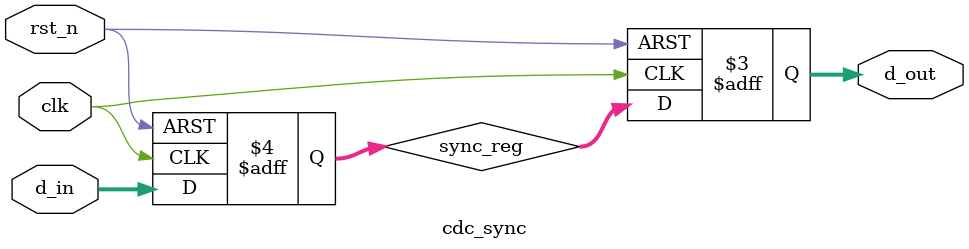
<source format=v>
module cdc_sync #(
    parameter ADDR_WIDTH = 4
)(
    input clk,              // The clock of the domain we are ENTERING
    input rst_n,            // Reset
    input [ADDR_WIDTH:0] d_in,   // The pointer coming from the OTHER clock
    output reg [ADDR_WIDTH:0] d_out // The safe, synchronized pointer
);

    reg [ADDR_WIDTH:0] sync_reg;

    always @(posedge clk or negedge rst_n) begin
        if (!rst_n) begin
            sync_reg <= 0;
            d_out <= 0;
        end else begin
            sync_reg <= d_in;    // First stage: Capture the signal
            d_out <= sync_reg;   // Second stage: Let the signal "settle"
        end
    end

endmodule
</source>
